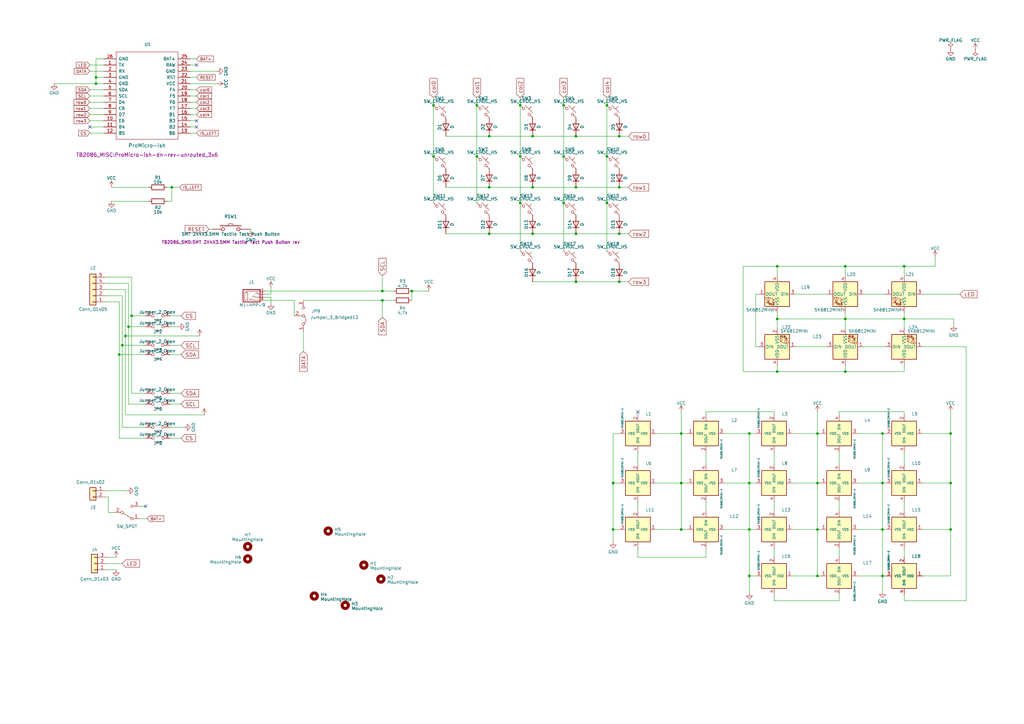
<source format=kicad_sch>
(kicad_sch (version 20230121) (generator eeschema)
  (paper "A3")
  (title_block (title "Unicorne Chocolate") (date "2023-07-20") (rev "0.9") (company "Thunderbird2086"))
  (junction (at 218.44 55.88))
  (junction (at 236.22 76.835))
  (junction (at 50.165 141.605))
  (junction (at 361.95 236.22))
  (junction (at 248.92 83.185))
  (junction (at 177.8 64.135))
  (junction (at 361.95 177.8))
  (junction (at 251.46 198.12))
  (junction (at 236.22 115.57))
  (junction (at 318.77 152.4))
  (junction (at 195.58 43.18))
  (junction (at 168.91 119.38))
  (junction (at 389.89 217.17))
  (junction (at 389.89 198.12))
  (junction (at 370.84 130.81))
  (junction (at 200.66 76.835))
  (junction (at 318.77 109.22))
  (junction (at 389.89 177.8))
  (junction (at 251.46 217.17))
  (junction (at 236.22 95.885))
  (junction (at 213.36 83.185))
  (junction (at 335.28 198.12))
  (junction (at 335.28 217.17))
  (junction (at 48.895 145.415))
  (junction (at 318.77 130.81))
  (junction (at 307.34 177.8))
  (junction (at 213.36 64.135))
  (junction (at 195.58 64.135))
  (junction (at 218.44 76.835))
  (junction (at 177.8 43.18))
  (junction (at 200.66 95.885))
  (junction (at 156.845 119.38))
  (junction (at 200.66 55.88))
  (junction (at 361.95 217.17))
  (junction (at 307.34 198.12))
  (junction (at 70.485 76.835))
  (junction (at 370.84 109.22))
  (junction (at 307.34 236.22))
  (junction (at 231.14 64.135))
  (junction (at 236.22 55.88))
  (junction (at 51.435 137.795))
  (junction (at 346.71 152.4))
  (junction (at 52.705 133.985))
  (junction (at 254 76.835))
  (junction (at 279.4 198.12))
  (junction (at 231.14 43.18))
  (junction (at 231.14 83.185))
  (junction (at 335.28 177.8))
  (junction (at 156.845 123.19))
  (junction (at 346.71 109.22))
  (junction (at 213.36 43.18))
  (junction (at 361.95 198.12))
  (junction (at 39.37 31.75))
  (junction (at 53.975 129.54))
  (junction (at 346.71 130.81))
  (junction (at 248.92 43.18))
  (junction (at 254 115.57))
  (junction (at 307.34 217.17))
  (junction (at 254 55.88))
  (junction (at 335.28 236.22))
  (junction (at 254 95.885))
  (junction (at 218.44 95.885))
  (junction (at 279.4 177.8))
  (junction (at 39.37 34.29))
  (junction (at 248.92 64.135))
  (junction (at 279.4 217.17))
  (no_connect (at 36.83 52.07))
  (no_connect (at 80.645 26.67))
  (no_connect (at 261.62 168.91))
  (no_connect (at 59.69 207.645))
  (no_connect (at 80.645 49.53))
  (no_connect (at 80.645 52.07))
  (wire (pts (xy 36.83 54.61) (xy 42.545 54.61)))
  (wire (pts (xy 200.66 55.88) (xy 218.44 55.88)))
  (wire (pts (xy 195.58 64.135) (xy 195.58 83.185)))
  (wire (pts (xy 269.24 198.12) (xy 279.4 198.12)))
  (wire (pts (xy 344.17 168.91) (xy 370.84 168.91)))
  (wire (pts (xy 281.94 217.17) (xy 279.4 217.17)))
  (wire (pts (xy 36.83 44.45) (xy 42.545 44.45)))
  (wire (pts (xy 102.87 93.98) (xy 102.235 93.98)))
  (wire (pts (xy 279.4 177.8) (xy 279.4 198.12)))
  (wire (pts (xy 326.39 120.65) (xy 339.09 120.65)))
  (wire (pts (xy 51.435 137.795) (xy 51.435 170.18)))
  (wire (pts (xy 102.87 94.615) (xy 102.87 93.98)))
  (wire (pts (xy 318.77 152.4) (xy 346.71 152.4)))
  (wire (pts (xy 261.62 228.6) (xy 289.56 228.6)))
  (wire (pts (xy 279.4 168.91) (xy 279.4 177.8)))
  (wire (pts (xy 78.105 34.29) (xy 88.9 34.29)))
  (wire (pts (xy 156.845 119.38) (xy 161.29 119.38)))
  (wire (pts (xy 53.975 129.54) (xy 59.69 129.54)))
  (wire (pts (xy 59.69 141.605) (xy 50.165 141.605)))
  (wire (pts (xy 69.85 179.705) (xy 74.295 179.705)))
  (wire (pts (xy 269.24 217.17) (xy 279.4 217.17)))
  (wire (pts (xy 248.92 43.18) (xy 248.92 64.135)))
  (wire (pts (xy 51.435 118.745) (xy 43.18 118.745)))
  (wire (pts (xy 304.8 109.22) (xy 304.8 152.4)))
  (wire (pts (xy 74.295 145.415) (xy 69.85 145.415)))
  (wire (pts (xy 124.46 135.89) (xy 124.46 144.145)))
  (wire (pts (xy 59.69 145.415) (xy 48.895 145.415)))
  (wire (pts (xy 177.8 64.135) (xy 177.8 83.185)))
  (wire (pts (xy 391.16 130.81) (xy 370.84 130.81)))
  (wire (pts (xy 36.83 29.21) (xy 42.545 29.21)))
  (wire (pts (xy 231.14 64.135) (xy 231.14 83.185)))
  (wire (pts (xy 261.62 168.91) (xy 261.62 170.18)))
  (wire (pts (xy 346.71 130.81) (xy 370.84 130.81)))
  (wire (pts (xy 108.585 119.38) (xy 156.845 119.38)))
  (wire (pts (xy 317.5 205.74) (xy 317.5 209.55)))
  (wire (pts (xy 361.95 236.22) (xy 363.22 236.22)))
  (wire (pts (xy 361.95 198.12) (xy 361.95 217.17)))
  (wire (pts (xy 53.975 129.54) (xy 53.975 113.665)))
  (wire (pts (xy 370.84 243.84) (xy 370.84 246.38)))
  (wire (pts (xy 251.46 198.12) (xy 254 198.12)))
  (wire (pts (xy 318.77 130.81) (xy 318.77 128.27)))
  (wire (pts (xy 297.18 177.8) (xy 307.34 177.8)))
  (wire (pts (xy 51.435 118.745) (xy 51.435 137.795)))
  (wire (pts (xy 78.105 41.91) (xy 80.645 41.91)))
  (wire (pts (xy 48.895 179.705) (xy 59.69 179.705)))
  (wire (pts (xy 78.105 29.21) (xy 88.9 29.21)))
  (wire (pts (xy 351.79 177.8) (xy 361.95 177.8)))
  (wire (pts (xy 39.37 31.75) (xy 39.37 34.29)))
  (wire (pts (xy 289.56 185.42) (xy 289.56 190.5)))
  (wire (pts (xy 45.72 76.835) (xy 60.96 76.835)))
  (wire (pts (xy 307.34 236.22) (xy 307.34 243.205)))
  (wire (pts (xy 378.46 120.65) (xy 393.7 120.65)))
  (wire (pts (xy 218.44 76.835) (xy 236.22 76.835)))
  (wire (pts (xy 279.4 177.8) (xy 281.94 177.8)))
  (wire (pts (xy 177.8 40.005) (xy 177.8 43.18)))
  (wire (pts (xy 36.83 41.91) (xy 42.545 41.91)))
  (wire (pts (xy 378.46 177.8) (xy 389.89 177.8)))
  (wire (pts (xy 78.105 39.37) (xy 80.645 39.37)))
  (wire (pts (xy 48.895 145.415) (xy 48.895 179.705)))
  (wire (pts (xy 251.46 177.8) (xy 254 177.8)))
  (wire (pts (xy 318.77 152.4) (xy 318.77 149.86)))
  (wire (pts (xy 52.705 165.735) (xy 59.69 165.735)))
  (wire (pts (xy 52.705 116.205) (xy 43.18 116.205)))
  (wire (pts (xy 42.545 26.67) (xy 36.83 26.67)))
  (wire (pts (xy 45.72 82.55) (xy 60.96 82.55)))
  (wire (pts (xy 336.55 217.17) (xy 335.28 217.17)))
  (wire (pts (xy 389.89 198.12) (xy 389.89 217.17)))
  (wire (pts (xy 43.18 201.295) (xy 52.07 201.295)))
  (wire (pts (xy 317.5 224.79) (xy 317.5 228.6)))
  (wire (pts (xy 279.4 198.12) (xy 281.94 198.12)))
  (wire (pts (xy 42.545 52.07) (xy 36.83 52.07)))
  (wire (pts (xy 218.44 115.57) (xy 236.22 115.57)))
  (wire (pts (xy 42.545 39.37) (xy 36.83 39.37)))
  (wire (pts (xy 53.975 161.29) (xy 53.975 129.54)))
  (wire (pts (xy 85.725 93.98) (xy 86.995 93.98)))
  (wire (pts (xy 257.81 55.88) (xy 254 55.88)))
  (wire (pts (xy 213.36 43.18) (xy 213.36 64.135)))
  (wire (pts (xy 52.705 133.985) (xy 59.69 133.985)))
  (wire (pts (xy 50.165 175.26) (xy 59.69 175.26)))
  (wire (pts (xy 318.77 109.22) (xy 318.77 113.03)))
  (wire (pts (xy 156.845 123.19) (xy 161.29 123.19)))
  (wire (pts (xy 335.28 217.17) (xy 335.28 236.22)))
  (wire (pts (xy 309.88 120.65) (xy 311.15 120.65)))
  (wire (pts (xy 182.88 76.835) (xy 200.66 76.835)))
  (wire (pts (xy 307.34 198.12) (xy 309.88 198.12)))
  (wire (pts (xy 335.28 198.12) (xy 336.55 198.12)))
  (wire (pts (xy 257.81 115.57) (xy 254 115.57)))
  (wire (pts (xy 354.33 142.24) (xy 363.22 142.24)))
  (wire (pts (xy 39.37 24.13) (xy 39.37 31.75)))
  (wire (pts (xy 257.81 95.885) (xy 254 95.885)))
  (wire (pts (xy 370.84 190.5) (xy 370.84 185.42)))
  (wire (pts (xy 391.16 130.81) (xy 391.16 133.35)))
  (wire (pts (xy 251.46 217.17) (xy 254 217.17)))
  (wire (pts (xy 257.81 76.835) (xy 254 76.835)))
  (wire (pts (xy 108.585 123.19) (xy 120.65 123.19)))
  (wire (pts (xy 231.14 40.005) (xy 231.14 43.18)))
  (wire (pts (xy 336.55 236.22) (xy 335.28 236.22)))
  (wire (pts (xy 53.975 161.29) (xy 59.69 161.29)))
  (wire (pts (xy 307.34 177.8) (xy 309.88 177.8)))
  (wire (pts (xy 361.95 236.22) (xy 361.95 242.57)))
  (wire (pts (xy 213.36 40.005) (xy 213.36 43.18)))
  (wire (pts (xy 182.88 55.88) (xy 200.66 55.88)))
  (wire (pts (xy 354.33 120.65) (xy 363.22 120.65)))
  (wire (pts (xy 108.585 120.65) (xy 111.125 120.65)))
  (wire (pts (xy 304.8 152.4) (xy 318.77 152.4)))
  (wire (pts (xy 370.84 109.22) (xy 383.54 109.22)))
  (wire (pts (xy 39.37 34.29) (xy 42.545 34.29)))
  (wire (pts (xy 78.105 36.83) (xy 80.645 36.83)))
  (wire (pts (xy 231.14 83.185) (xy 231.14 102.87)))
  (wire (pts (xy 43.815 228.6) (xy 47.625 228.6)))
  (wire (pts (xy 36.83 36.83) (xy 42.545 36.83)))
  (wire (pts (xy 344.17 168.91) (xy 344.17 170.18)))
  (wire (pts (xy 70.485 76.835) (xy 70.485 82.55)))
  (wire (pts (xy 182.88 95.885) (xy 200.66 95.885)))
  (wire (pts (xy 261.62 228.6) (xy 261.62 224.79)))
  (wire (pts (xy 36.83 49.53) (xy 42.545 49.53)))
  (wire (pts (xy 325.12 217.17) (xy 335.28 217.17)))
  (wire (pts (xy 69.85 175.26) (xy 75.565 175.26)))
  (wire (pts (xy 195.58 40.005) (xy 195.58 43.18)))
  (wire (pts (xy 261.62 190.5) (xy 261.62 185.42)))
  (wire (pts (xy 111.125 121.92) (xy 111.125 124.46)))
  (wire (pts (xy 370.84 130.81) (xy 370.84 134.62)))
  (wire (pts (xy 261.62 205.74) (xy 261.62 209.55)))
  (wire (pts (xy 289.56 228.6) (xy 289.56 224.79)))
  (wire (pts (xy 346.71 130.81) (xy 346.71 134.62)))
  (wire (pts (xy 251.46 177.8) (xy 251.46 198.12)))
  (wire (pts (xy 213.36 83.185) (xy 213.36 102.87)))
  (wire (pts (xy 74.295 161.29) (xy 69.85 161.29)))
  (wire (pts (xy 346.71 152.4) (xy 346.71 149.86)))
  (wire (pts (xy 351.79 236.22) (xy 361.95 236.22)))
  (wire (pts (xy 231.14 43.18) (xy 231.14 64.135)))
  (wire (pts (xy 51.435 170.18) (xy 83.82 170.18)))
  (wire (pts (xy 318.77 109.22) (xy 346.71 109.22)))
  (wire (pts (xy 304.8 109.22) (xy 318.77 109.22)))
  (wire (pts (xy 42.545 24.13) (xy 39.37 24.13)))
  (wire (pts (xy 317.5 168.91) (xy 317.5 170.18)))
  (wire (pts (xy 289.56 168.91) (xy 289.56 170.18)))
  (wire (pts (xy 361.95 198.12) (xy 363.22 198.12)))
  (wire (pts (xy 309.88 142.24) (xy 311.15 142.24)))
  (wire (pts (xy 44.45 210.185) (xy 44.45 203.835)))
  (wire (pts (xy 53.975 113.665) (xy 43.18 113.665)))
  (wire (pts (xy 318.77 130.81) (xy 346.71 130.81)))
  (wire (pts (xy 370.84 149.86) (xy 370.84 152.4)))
  (wire (pts (xy 346.71 109.22) (xy 346.71 113.03)))
  (wire (pts (xy 44.45 210.185) (xy 46.99 210.185)))
  (wire (pts (xy 269.24 177.8) (xy 279.4 177.8)))
  (wire (pts (xy 70.485 76.835) (xy 73.66 76.835)))
  (wire (pts (xy 248.92 64.135) (xy 248.92 83.185)))
  (wire (pts (xy 326.39 142.24) (xy 339.09 142.24)))
  (wire (pts (xy 200.66 95.885) (xy 218.44 95.885)))
  (wire (pts (xy 346.71 130.81) (xy 346.71 128.27)))
  (wire (pts (xy 156.845 113.03) (xy 156.845 119.38)))
  (wire (pts (xy 251.46 217.17) (xy 251.46 222.25)))
  (wire (pts (xy 297.18 198.12) (xy 307.34 198.12)))
  (wire (pts (xy 297.18 217.17) (xy 307.34 217.17)))
  (wire (pts (xy 370.84 152.4) (xy 346.71 152.4)))
  (wire (pts (xy 335.28 198.12) (xy 335.28 217.17)))
  (wire (pts (xy 396.24 246.38) (xy 370.84 246.38)))
  (wire (pts (xy 307.34 177.8) (xy 307.34 198.12)))
  (wire (pts (xy 74.295 141.605) (xy 69.85 141.605)))
  (wire (pts (xy 378.46 217.17) (xy 389.89 217.17)))
  (wire (pts (xy 370.84 128.27) (xy 370.84 130.81)))
  (wire (pts (xy 59.69 207.645) (xy 57.15 207.645)))
  (wire (pts (xy 108.585 121.92) (xy 111.125 121.92)))
  (wire (pts (xy 156.845 123.19) (xy 156.845 130.175)))
  (wire (pts (xy 44.45 203.835) (xy 43.18 203.835)))
  (wire (pts (xy 50.165 141.605) (xy 50.165 175.26)))
  (wire (pts (xy 383.54 105.41) (xy 383.54 109.22)))
  (wire (pts (xy 175.895 119.38) (xy 168.91 119.38)))
  (wire (pts (xy 69.85 129.54) (xy 74.295 129.54)))
  (wire (pts (xy 200.66 76.835) (xy 218.44 76.835)))
  (wire (pts (xy 318.77 130.81) (xy 318.77 134.62)))
  (wire (pts (xy 68.58 82.55) (xy 70.485 82.55)))
  (wire (pts (xy 78.105 31.75) (xy 80.645 31.75)))
  (wire (pts (xy 236.22 76.835) (xy 254 76.835)))
  (wire (pts (xy 43.18 123.825) (xy 48.895 123.825)))
  (wire (pts (xy 325.12 177.8) (xy 335.28 177.8)))
  (wire (pts (xy 236.22 95.885) (xy 254 95.885)))
  (wire (pts (xy 289.56 168.91) (xy 317.5 168.91)))
  (wire (pts (xy 168.91 123.19) (xy 168.91 119.38)))
  (wire (pts (xy 325.12 198.12) (xy 335.28 198.12)))
  (wire (pts (xy 236.22 55.88) (xy 254 55.88)))
  (wire (pts (xy 78.105 46.99) (xy 80.645 46.99)))
  (wire (pts (xy 370.84 109.22) (xy 370.84 113.03)))
  (wire (pts (xy 74.295 165.735) (xy 69.85 165.735)))
  (wire (pts (xy 389.89 168.91) (xy 389.89 177.8)))
  (wire (pts (xy 51.435 137.795) (xy 81.915 137.795)))
  (wire (pts (xy 69.85 133.985) (xy 73.025 133.985)))
  (wire (pts (xy 335.28 177.8) (xy 336.55 177.8)))
  (wire (pts (xy 68.58 76.835) (xy 70.485 76.835)))
  (wire (pts (xy 111.125 120.65) (xy 111.125 118.11)))
  (wire (pts (xy 309.88 120.65) (xy 309.88 142.24)))
  (wire (pts (xy 370.84 205.74) (xy 370.84 209.55)))
  (wire (pts (xy 325.12 236.22) (xy 335.28 236.22)))
  (wire (pts (xy 177.8 43.18) (xy 177.8 64.135)))
  (wire (pts (xy 248.92 40.005) (xy 248.92 43.18)))
  (wire (pts (xy 361.95 217.17) (xy 361.95 236.22)))
  (wire (pts (xy 317.5 246.38) (xy 344.17 246.38)))
  (wire (pts (xy 236.22 115.57) (xy 254 115.57)))
  (wire (pts (xy 351.79 217.17) (xy 361.95 217.17)))
  (wire (pts (xy 361.95 217.17) (xy 363.22 217.17)))
  (wire (pts (xy 307.34 236.22) (xy 309.88 236.22)))
  (wire (pts (xy 43.18 121.285) (xy 50.165 121.285)))
  (wire (pts (xy 389.89 177.8) (xy 389.89 198.12)))
  (wire (pts (xy 361.95 177.8) (xy 361.95 198.12)))
  (wire (pts (xy 43.815 233.68) (xy 47.625 233.68)))
  (wire (pts (xy 335.28 168.91) (xy 335.28 177.8)))
  (wire (pts (xy 39.37 31.75) (xy 42.545 31.75)))
  (wire (pts (xy 344.17 224.79) (xy 344.17 228.6)))
  (wire (pts (xy 36.83 46.99) (xy 42.545 46.99)))
  (wire (pts (xy 50.165 121.285) (xy 50.165 141.605)))
  (wire (pts (xy 344.17 185.42) (xy 344.17 190.5)))
  (wire (pts (xy 195.58 43.18) (xy 195.58 64.135)))
  (wire (pts (xy 361.95 177.8) (xy 363.22 177.8)))
  (wire (pts (xy 307.34 217.17) (xy 307.34 236.22)))
  (wire (pts (xy 370.84 224.79) (xy 370.84 228.6)))
  (wire (pts (xy 78.105 24.13) (xy 80.645 24.13)))
  (wire (pts (xy 344.17 246.38) (xy 344.17 243.84)))
  (wire (pts (xy 43.815 231.14) (xy 50.165 231.14)))
  (wire (pts (xy 378.46 198.12) (xy 389.89 198.12)))
  (wire (pts (xy 52.705 165.735) (xy 52.705 133.985)))
  (wire (pts (xy 317.5 190.5) (xy 317.5 185.42)))
  (wire (pts (xy 57.15 212.725) (xy 60.325 212.725)))
  (wire (pts (xy 307.34 217.17) (xy 309.88 217.17)))
  (wire (pts (xy 78.105 49.53) (xy 80.645 49.53)))
  (wire (pts (xy 78.105 52.07) (xy 80.645 52.07)))
  (wire (pts (xy 307.34 198.12) (xy 307.34 217.17)))
  (wire (pts (xy 378.46 236.22) (xy 389.89 236.22)))
  (wire (pts (xy 351.79 198.12) (xy 361.95 198.12)))
  (wire (pts (xy 251.46 198.12) (xy 251.46 217.17)))
  (wire (pts (xy 124.46 123.19) (xy 156.845 123.19)))
  (wire (pts (xy 218.44 55.88) (xy 236.22 55.88)))
  (wire (pts (xy 279.4 198.12) (xy 279.4 217.17)))
  (wire (pts (xy 78.105 54.61) (xy 80.645 54.61)))
  (wire (pts (xy 389.89 217.17) (xy 389.89 236.22)))
  (wire (pts (xy 120.65 123.19) (xy 120.65 129.54)))
  (wire (pts (xy 78.105 44.45) (xy 80.645 44.45)))
  (wire (pts (xy 370.84 168.91) (xy 370.84 170.18)))
  (wire (pts (xy 317.5 246.38) (xy 317.5 243.84)))
  (wire (pts (xy 396.24 142.24) (xy 378.46 142.24)))
  (wire (pts (xy 344.17 205.74) (xy 344.17 209.55)))
  (wire (pts (xy 22.225 34.29) (xy 39.37 34.29)))
  (wire (pts (xy 48.895 123.825) (xy 48.895 145.415)))
  (wire (pts (xy 52.705 133.985) (xy 52.705 116.205)))
  (wire (pts (xy 396.24 246.38) (xy 396.24 142.24)))
  (wire (pts (xy 346.71 109.22) (xy 370.84 109.22)))
  (wire (pts (xy 218.44 95.885) (xy 236.22 95.885)))
  (wire (pts (xy 248.92 83.185) (xy 248.92 102.87)))
  (wire (pts (xy 78.105 26.67) (xy 80.645 26.67)))
  (wire (pts (xy 289.56 205.74) (xy 289.56 209.55)))
  (wire (pts (xy 213.36 64.135) (xy 213.36 83.185)))
  (wire (pts (xy 335.28 177.8) (xy 335.28 198.12)))
  (global_label "col0" (shape input) (at 177.8 40.005 90) (effects (font (size 1.524 1.524))) (property "Intersheetrefs" "${INTERSHEET_REFS}" (effects hide)))
  (global_label "col4" (shape input) (at 248.92 40.005 90) (effects (font (size 1.524 1.524))) (property "Intersheetrefs" "${INTERSHEET_REFS}" (effects hide)))
  (global_label "SDA" (shape input) (at 156.845 130.175 270) (effects (font (size 1.524 1.524))) (property "Intersheetrefs" "${INTERSHEET_REFS}" (effects hide)))
  (global_label "RESET" (shape input) (at 85.725 93.98 180) (effects (font (size 1.524 1.524))) (property "Intersheetrefs" "${INTERSHEET_REFS}" (effects hide)))
  (global_label "IS_LEFT" (shape input) (at 80.645 54.61 0) (effects (font (size 1.1938 1.1938))) (property "Intersheetrefs" "${INTERSHEET_REFS}" (effects hide)))
  (global_label "col1" (shape input) (at 195.58 40.005 90) (effects (font (size 1.524 1.524))) (property "Intersheetrefs" "${INTERSHEET_REFS}" (effects hide)))
  (global_label "SCL" (shape input) (at 36.83 39.37 180) (effects (font (size 1.1938 1.1938))) (property "Intersheetrefs" "${INTERSHEET_REFS}" (effects hide)))
  (global_label "row1" (shape input) (at 36.83 44.45 180) (effects (font (size 1.1938 1.1938))) (property "Intersheetrefs" "${INTERSHEET_REFS}" (effects hide)))
  (global_label "row1" (shape input) (at 257.81 76.835 0) (effects (font (size 1.524 1.524))) (property "Intersheetrefs" "${INTERSHEET_REFS}" (effects hide)))
  (global_label "row2" (shape input) (at 257.81 95.885 0) (effects (font (size 1.524 1.524))) (property "Intersheetrefs" "${INTERSHEET_REFS}" (effects hide)))
  (global_label "CS" (shape input) (at 36.83 54.61 180) (effects (font (size 1.1938 1.1938))) (property "Intersheetrefs" "${INTERSHEET_REFS}" (effects hide)))
  (global_label "SCL" (shape input) (at 74.295 165.735 0) (effects (font (size 1.524 1.524))) (property "Intersheetrefs" "${INTERSHEET_REFS}" (effects hide)))
  (global_label "LED" (shape input) (at 393.7 120.65 0) (effects (font (size 1.524 1.524))) (property "Intersheetrefs" "${INTERSHEET_REFS}" (effects hide)))
  (global_label "col2" (shape input) (at 213.36 40.005 90) (effects (font (size 1.524 1.524))) (property "Intersheetrefs" "${INTERSHEET_REFS}" (effects hide)))
  (global_label "LED" (shape input) (at 36.83 26.67 180) (effects (font (size 1.1938 1.1938))) (property "Intersheetrefs" "${INTERSHEET_REFS}" (effects hide)))
  (global_label "DATA" (shape input) (at 124.46 144.145 270) (effects (font (size 1.524 1.524))) (property "Intersheetrefs" "${INTERSHEET_REFS}" (effects hide)))
  (global_label "BAT+" (shape input) (at 80.645 24.13 0) (effects (font (size 1.1938 1.1938))) (property "Intersheetrefs" "${INTERSHEET_REFS}" (effects hide)))
  (global_label "row3" (shape input) (at 257.81 115.57 0) (effects (font (size 1.524 1.524))) (property "Intersheetrefs" "${INTERSHEET_REFS}" (effects hide)))
  (global_label "LED" (shape input) (at 50.165 231.14 0) (effects (font (size 1.524 1.524))) (property "Intersheetrefs" "${INTERSHEET_REFS}" (effects hide)))
  (global_label "col4" (shape input) (at 80.645 46.99 0) (effects (font (size 1.1938 1.1938))) (property "Intersheetrefs" "${INTERSHEET_REFS}" (effects hide)))
  (global_label "col0" (shape input) (at 80.645 36.83 0) (effects (font (size 1.1938 1.1938))) (property "Intersheetrefs" "${INTERSHEET_REFS}" (effects hide)))
  (global_label "SDA" (shape input) (at 74.295 161.29 0) (effects (font (size 1.524 1.524))) (property "Intersheetrefs" "${INTERSHEET_REFS}" (effects hide)))
  (global_label "BAT+" (shape input) (at 60.325 212.725 0) (effects (font (size 1.1938 1.1938))) (property "Intersheetrefs" "${INTERSHEET_REFS}" (effects hide)))
  (global_label "SCL" (shape input) (at 156.845 113.03 90) (effects (font (size 1.524 1.524))) (property "Intersheetrefs" "${INTERSHEET_REFS}" (effects hide)))
  (global_label "RESET" (shape input) (at 80.645 31.75 0) (effects (font (size 1.1938 1.1938))) (property "Intersheetrefs" "${INTERSHEET_REFS}" (effects hide)))
  (global_label "row3" (shape input) (at 36.83 49.53 180) (effects (font (size 1.1938 1.1938))) (property "Intersheetrefs" "${INTERSHEET_REFS}" (effects hide)))
  (global_label "col3" (shape input) (at 231.14 40.005 90) (effects (font (size 1.524 1.524))) (property "Intersheetrefs" "${INTERSHEET_REFS}" (effects hide)))
  (global_label "col3" (shape input) (at 80.645 44.45 0) (effects (font (size 1.1938 1.1938))) (property "Intersheetrefs" "${INTERSHEET_REFS}" (effects hide)))
  (global_label "SCL" (shape input) (at 74.295 141.605 0) (effects (font (size 1.524 1.524))) (property "Intersheetrefs" "${INTERSHEET_REFS}" (effects hide)))
  (global_label "row0" (shape input) (at 257.81 55.88 0) (effects (font (size 1.524 1.524))) (property "Intersheetrefs" "${INTERSHEET_REFS}" (effects hide)))
  (global_label "SDA" (shape input) (at 36.83 36.83 180) (effects (font (size 1.1938 1.1938))) (property "Intersheetrefs" "${INTERSHEET_REFS}" (effects hide)))
  (global_label "col1" (shape input) (at 80.645 39.37 0) (effects (font (size 1.1938 1.1938))) (property "Intersheetrefs" "${INTERSHEET_REFS}" (effects hide)))
  (global_label "CS" (shape input) (at 74.295 179.705 0) (effects (font (size 1.524 1.524))) (property "Intersheetrefs" "${INTERSHEET_REFS}" (effects hide)))
  (global_label "SDA" (shape input) (at 74.295 145.415 0) (effects (font (size 1.524 1.524))) (property "Intersheetrefs" "${INTERSHEET_REFS}" (effects hide)))
  (global_label "DATA" (shape input) (at 36.83 29.21 180) (effects (font (size 1.1938 1.1938))) (property "Intersheetrefs" "${INTERSHEET_REFS}" (effects hide)))
  (global_label "col2" (shape input) (at 80.645 41.91 0) (effects (font (size 1.1938 1.1938))) (property "Intersheetrefs" "${INTERSHEET_REFS}" (effects hide)))
  (global_label "row2" (shape input) (at 36.83 46.99 180) (effects (font (size 1.1938 1.1938))) (property "Intersheetrefs" "${INTERSHEET_REFS}" (effects hide)))
  (global_label "IS_LEFT" (shape input) (at 73.66 76.835 0) (effects (font (size 1.1938 1.1938))) (property "Intersheetrefs" "${INTERSHEET_REFS}" (effects hide)))
  (global_label "CS" (shape input) (at 74.295 129.54 0) (effects (font (size 1.524 1.524))) (property "Intersheetrefs" "${INTERSHEET_REFS}" (effects hide)))
  (global_label "row0" (shape input) (at 36.83 41.91 180) (effects (font (size 1.1938 1.1938))) (property "Intersheetrefs" "${INTERSHEET_REFS}" (effects hide)))
  (symbol (lib_id "Device:D") (at 218.44 111.76 90) (unit 1)
    (property "Reference" "D16" (at 215.9 111.76 0))
    (property "Value" "D" (at 220.98 111.76 0))
    (property "Footprint" "TB2086_SMD:D3_SMD_rev" (effects hide))
    (property "Sim.Device" "D" (effects hide))
    (property "Sim.Pins" "1=K 2=A" (effects hide))
  )
  (symbol (lib_id "Jumper:Jumper_2_Open") (at 64.77 165.735 180) (unit 1)
    (property "Reference" "JP6" (at 64.77 167.767 0))
    (property "Value" "Jumper_2_Open" (at 64.516 164.211 0))
    (property "Footprint" "Jumper:SolderJumper-2_P1.3mm_Open_TrianglePad1.0x1.5mm" (effects hide))
  )
  (symbol (lib_id "TB2086_KEYSWITCH:SW_CHOC_HS") (at 198.12 85.725 0) (unit 1)
    (property "Reference" "SW12" (at 198.12 80.3021 0))
    (property "Value" "SW_CHOC_HS" (at 197.739 81.534 0))
    (property "Footprint" "TB2086_KEYSWITCH:SW_choc_v1_v2_HS_1u_reversible" (effects hide))
  )
  (symbol (lib_id "TB2086_LED:SK6812MINI-E") (at 370.84 236.22 270) (mirror x) (unit 1)
    (property "Reference" "L18" (at 373.9897 228.1301 90) (effects (justify left)))
    (property "Value" "SK6812MINI-E" (at 364.49 229.87 0) (effects (font (size 0.7366 0.7366))))
    (property "Footprint" "TB2086_LED:LED_SK6812MINI-E_rev" (effects hide))
    (property "Datasheet" "https://cdn-shop.adafruit.com/product-files/2686/SK6812MINI_REV.01-1-2.pdf" (effects hide))
  )
  (symbol (lib_id "Mechanical:MountingHole") (at 141.605 248.285 0) (unit 1)
    (property "Reference" "H3" (at 144.145 247.6413 0) (effects (justify left)))
    (property "Value" "MountingHole" (at 144.145 249.5623 0) (effects (justify left)))
    (property "Footprint" "TB2086_MISC:M2_Hole_TH_Outside" (effects hide))
  )
  (symbol (lib_id "Switch:SW_SPDT") (at 52.07 210.185 0) (mirror x) (unit 1)
    (property "Reference" "PSW1" (effects hide))
    (property "Value" "SW_SPDT" (at 52.07 215.9 0))
    (property "Footprint" "TB2086_SMD:SW_SPDT_PCM12_reversible" (effects hide))
  )
  (symbol (lib_id "Device:D") (at 182.88 52.07 90) (unit 1)
    (property "Reference" "D1" (at 180.34 52.07 0))
    (property "Value" "D" (at 185.42 52.07 0))
    (property "Footprint" "TB2086_SMD:D3_SMD_rev" (effects hide))
    (property "Sim.Device" "D" (effects hide))
    (property "Sim.Pins" "1=K 2=A" (effects hide))
  )
  (symbol (lib_id "TB2086_KEYSWITCH:SW_CHOC_HS") (at 215.9 105.41 0) (unit 1)
    (property "Reference" "SW16" (at 215.9 99.9871 0))
    (property "Value" "SW_CHOC_HS" (at 215.519 101.219 0))
    (property "Footprint" "TB2086_KEYSWITCH:SW_choc_v1_v2_HS_1u_reversible" (effects hide))
  )
  (symbol (lib_id "power:VCC") (at 45.72 76.835 0) (unit 1)
    (property "Reference" "#PWR05" (effects hide))
    (property "Value" "VCC" (at 45.72 73.025 0))
  )
  (symbol (lib_id "Device:D") (at 200.66 92.075 90) (unit 1)
    (property "Reference" "D12" (at 198.12 92.075 0))
    (property "Value" "D" (at 203.2 92.075 0))
    (property "Footprint" "TB2086_SMD:D3_SMD_rev" (effects hide))
    (property "Sim.Device" "D" (effects hide))
    (property "Sim.Pins" "1=K 2=A" (effects hide))
  )
  (symbol (lib_id "power:VCC") (at 81.915 137.795 0) (unit 1)
    (property "Reference" "#PWR04" (effects hide))
    (property "Value" "VCC" (effects hide))
  )
  (symbol (lib_id "Device:D") (at 218.44 92.075 90) (unit 1)
    (property "Reference" "D13" (at 215.9 92.075 0))
    (property "Value" "D" (at 220.98 92.075 0))
    (property "Footprint" "TB2086_SMD:D3_SMD_rev" (effects hide))
    (property "Sim.Device" "D" (effects hide))
    (property "Sim.Pins" "1=K 2=A" (effects hide))
  )
  (symbol (lib_id "power:GND") (at 75.565 175.26 90) (unit 1)
    (property "Reference" "#PWR02" (effects hide))
    (property "Value" "GND" (at 79.375 175.26 0))
  )
  (symbol (lib_id "TB2086_LED:SK6812MINI-E") (at 317.5 198.12 270) (mirror x) (unit 1)
    (property "Reference" "L8" (at 320.6497 190.0301 90) (effects (justify left)))
    (property "Value" "SK6812MINI-E" (at 311.15 191.77 0) (effects (font (size 0.7366 0.7366))))
    (property "Footprint" "TB2086_LED:LED_SK6812MINI-E_rev" (effects hide))
    (property "Datasheet" "https://cdn-shop.adafruit.com/product-files/2686/SK6812MINI_REV.01-1-2.pdf" (effects hide))
  )
  (symbol (lib_id "power:VCC") (at 389.89 168.91 0) (unit 1)
    (property "Reference" "#PWR0104" (effects hide))
    (property "Value" "VCC" (at 389.89 165.4081 0))
  )
  (symbol (lib_id "power:VCC") (at 47.625 228.6 0) (unit 1)
    (property "Reference" "#PWR0116" (effects hide))
    (property "Value" "VCC" (at 47.625 224.79 0))
  )
  (symbol (lib_id "power:GND") (at 45.72 82.55 0) (unit 1)
    (property "Reference" "#PWR06" (effects hide))
    (property "Value" "GND" (at 45.72 86.36 0))
  )
  (symbol (lib_id "Jumper:Jumper_2_Open") (at 64.77 145.415 180) (unit 1)
    (property "Reference" "JP4" (at 64.77 147.447 0))
    (property "Value" "Jumper_2_Open" (at 64.516 143.891 0))
    (property "Footprint" "Jumper:SolderJumper-2_P1.3mm_Open_TrianglePad1.0x1.5mm" (effects hide))
  )
  (symbol (lib_id "TB2086_KEYSWITCH:SW_CHOC_HS") (at 233.68 45.72 0) (unit 1)
    (property "Reference" "SW4" (at 233.68 40.2971 0))
    (property "Value" "SW_CHOC_HS" (at 233.299 41.529 0))
    (property "Footprint" "TB2086_KEYSWITCH:SW_choc_v1_v2_HS_1u_reversible" (effects hide))
  )
  (symbol (lib_id "Jumper:Jumper_2_Open") (at 64.77 133.985 180) (unit 1)
    (property "Reference" "JP2" (at 64.77 136.017 0))
    (property "Value" "Jumper_2_Open" (at 64.516 132.461 0))
    (property "Footprint" "Jumper:SolderJumper-2_P1.3mm_Open_TrianglePad1.0x1.5mm" (effects hide))
  )
  (symbol (lib_id "TB2086_LED:SK6812MINI") (at 370.84 142.24 0) (mirror x) (unit 1)
    (property "Reference" "L24" (at 372.7959 134.1501 0) (effects (justify left)))
    (property "Value" "SK6812MINI" (at 372.11 136.525 0) (effects (justify left top)))
    (property "Footprint" "TB2086_LED:LED_SK6812MINI_PLCC4_3.5x3.5mm_P1.75mm_rev_all" (effects hide))
    (property "Datasheet" "https://cdn-shop.adafruit.com/product-files/2686/SK6812MINI_REV.01-1-2.pdf" (effects hide))
  )
  (symbol (lib_id "TB2086_SMD:SMT 2X4X3.5MM Tactile Tact Push Button") (at 94.615 93.98 0) (unit 1)
    (property "Reference" "RSW1" (at 94.615 88.8111 0))
    (property "Value" "SMT 2X4X3.5MM Tactile Tact Push Button" (at 94.615 96.012 0))
    (property "Footprint" "TB2086_SMD:SMT 2X4X3.5MM Tactile Tact Push Button rev" (at 94.6404 99.314 0))
  )
  (symbol (lib_id "TB2086_LED:SK6812MINI-E") (at 344.17 217.17 90) (mirror x) (unit 1)
    (property "Reference" "L14" (at 355.738 211.7723 90))
    (property "Value" "SK6812MINI-E" (at 350.52 223.52 0) (effects (font (size 0.7366 0.7366))))
    (property "Footprint" "TB2086_LED:LED_SK6812MINI-E_rev" (effects hide))
    (property "Datasheet" "https://cdn-shop.adafruit.com/product-files/2686/SK6812MINI_REV.01-1-2.pdf" (effects hide))
  )
  (symbol (lib_id "power:PWR_FLAG") (at 400.05 20.32 180) (unit 1)
    (property "Reference" "#FLG0101" (effects hide))
    (property "Value" "PWR_FLAG" (at 400.05 24.13 0))
  )
  (symbol (lib_id "power:GND") (at 52.07 201.295 90) (unit 1)
    (property "Reference" "#PWR0118" (effects hide))
    (property "Value" "GND" (at 56.007 201.422 0))
  )
  (symbol (lib_id "TB2086_MISC:ProMicro-ish") (at 60.325 45.72 0) (unit 1)
    (property "Reference" "U1" (at 60.5282 18.1958 0))
    (property "Value" "ProMicro-ish" (at 60.325 59.69 0) (effects (font (size 1.524 1.524))))
    (property "Footprint" "TB2086_MISC:ProMicro-ish-dn-rev-unrouted_3x6" (at 60.325 63.5 0) (effects (font (size 1.524 1.524))))
  )
  (symbol (lib_id "TB2086_KEYSWITCH:SW_CHOC_HS") (at 251.46 85.725 0) (unit 1)
    (property "Reference" "SW15" (at 251.46 80.3021 0))
    (property "Value" "SW_CHOC_HS" (at 251.079 81.534 0))
    (property "Footprint" "TB2086_KEYSWITCH:SW_choc_v1_v2_HS_1u_reversible" (effects hide))
  )
  (symbol (lib_id "power:GND") (at 251.46 222.25 0) (unit 1)
    (property "Reference" "#PWR0101" (effects hide))
    (property "Value" "GND" (at 251.46 226.3855 0))
  )
  (symbol (lib_id "TB2086_LED:SK6812MINI") (at 318.77 120.65 0) (mirror y) (unit 1)
    (property "Reference" "L19" (at 330.338 117.8179 0))
    (property "Value" "SK6812MINI" (at 317.5 126.365 0) (effects (justify left top)))
    (property "Footprint" "TB2086_LED:LED_SK6812MINI_PLCC4_3.5x3.5mm_P1.75mm_rev_all" (effects hide))
    (property "Datasheet" "https://cdn-shop.adafruit.com/product-files/2686/SK6812MINI_REV.01-1-2.pdf" (effects hide))
  )
  (symbol (lib_id "TB2086_LED:SK6812MINI") (at 346.71 120.65 0) (mirror y) (unit 1)
    (property "Reference" "L20" (at 347.2941 112.5601 0) (effects (justify right)))
    (property "Value" "SK6812MINI" (at 345.44 126.365 0) (effects (justify left top)))
    (property "Footprint" "TB2086_LED:LED_SK6812MINI_PLCC4_3.5x3.5mm_P1.75mm_rev_all" (effects hide))
    (property "Datasheet" "https://cdn-shop.adafruit.com/product-files/2686/SK6812MINI_REV.01-1-2.pdf" (effects hide))
  )
  (symbol (lib_id "TB2086_LED:SK6812MINI-E") (at 344.17 177.8 90) (mirror x) (unit 1)
    (property "Reference" "L4" (at 355.738 172.4023 90))
    (property "Value" "SK6812MINI-E" (at 350.52 184.15 0) (effects (font (size 0.7366 0.7366))))
    (property "Footprint" "TB2086_LED:LED_SK6812MINI-E_rev" (effects hide))
    (property "Datasheet" "https://cdn-shop.adafruit.com/product-files/2686/SK6812MINI_REV.01-1-2.pdf" (effects hide))
  )
  (symbol (lib_id "power:VCC") (at 83.82 170.18 0) (unit 1)
    (property "Reference" "#PWR03" (effects hide))
    (property "Value" "VCC" (effects hide))
  )
  (symbol (lib_id "power:PWR_FLAG") (at 389.89 20.32 0) (unit 1)
    (property "Reference" "#FLG0102" (effects hide))
    (property "Value" "PWR_FLAG" (at 389.89 16.51 0))
  )
  (symbol (lib_id "Mechanical:MountingHole") (at 128.905 244.475 0) (unit 1)
    (property "Reference" "H4" (at 131.445 243.8313 0) (effects (justify left)))
    (property "Value" "MountingHole" (at 131.445 245.7523 0) (effects (justify left)))
    (property "Footprint" "TB2086_MISC:M2_Hole_TH_Outside" (effects hide))
  )
  (symbol (lib_id "TB2086_LED:SK6812MINI-E") (at 261.62 217.17 270) (mirror x) (unit 1)
    (property "Reference" "L11" (at 264.7697 209.0801 90) (effects (justify left)))
    (property "Value" "SK6812MINI-E" (at 255.27 210.82 0) (effects (font (size 0.7366 0.7366))))
    (property "Footprint" "TB2086_LED:LED_SK6812MINI-E_rev" (effects hide))
    (property "Datasheet" "https://cdn-shop.adafruit.com/product-files/2686/SK6812MINI_REV.01-1-2.pdf" (effects hide))
  )
  (symbol (lib_id "Device:D") (at 200.66 52.07 90) (unit 1)
    (property "Reference" "D2" (at 198.12 52.07 0))
    (property "Value" "D" (at 203.2 52.07 0))
    (property "Footprint" "TB2086_SMD:D3_SMD_rev" (effects hide))
    (property "Sim.Device" "D" (effects hide))
    (property "Sim.Pins" "1=K 2=A" (effects hide))
  )
  (symbol (lib_id "power:VCC") (at 175.895 119.38 0) (unit 1)
    (property "Reference" "#PWR09" (effects hide))
    (property "Value" "VCC" (at 175.895 115.57 0))
  )
  (symbol (lib_id "TB2086_KEYSWITCH:SW_CHOC_HS") (at 233.68 105.41 0) (unit 1)
    (property "Reference" "SW17" (at 233.68 99.9871 0))
    (property "Value" "SW_CHOC_HS" (at 233.299 101.219 0))
    (property "Footprint" "TB2086_KEYSWITCH:SW_choc_v1_v2_HS_1u_reversible" (effects hide))
  )
  (symbol (lib_id "TB2086_LED:SK6812MINI") (at 346.71 142.24 0) (mirror x) (unit 1)
    (property "Reference" "L23" (at 335.142 138.0361 0))
    (property "Value" "SK6812MINI" (at 347.98 136.525 0) (effects (justify left top)))
    (property "Footprint" "TB2086_LED:LED_SK6812MINI_PLCC4_3.5x3.5mm_P1.75mm_rev_all" (effects hide))
    (property "Datasheet" "https://cdn-shop.adafruit.com/product-files/2686/SK6812MINI_REV.01-1-2.pdf" (effects hide))
  )
  (symbol (lib_id "power:VCC") (at 111.125 118.11 0) (unit 1)
    (property "Reference" "#PWR07" (effects hide))
    (property "Value" "VCC" (at 111.125 114.3 0))
  )
  (symbol (lib_id "power:GND") (at 111.125 124.46 0) (unit 1)
    (property "Reference" "#PWR08" (effects hide))
    (property "Value" "GND" (at 111.125 128.27 0))
  )
  (symbol (lib_id "Jumper:Jumper_2_Open") (at 64.77 175.26 180) (unit 1)
    (property "Reference" "JP7" (at 64.77 177.292 0))
    (property "Value" "Jumper_2_Open" (at 64.516 173.736 0))
    (property "Footprint" "Jumper:SolderJumper-2_P1.3mm_Open_TrianglePad1.0x1.5mm" (effects hide))
  )
  (symbol (lib_id "TB2086_KEYSWITCH:SW_CHOC_HS") (at 198.12 66.675 0) (unit 1)
    (property "Reference" "SW7" (at 198.12 61.2521 0))
    (property "Value" "SW_CHOC_HS" (at 197.739 62.484 0))
    (property "Footprint" "TB2086_KEYSWITCH:SW_choc_v1_v2_HS_1u_reversible" (effects hide))
  )
  (symbol (lib_id "Device:D") (at 182.88 92.075 90) (unit 1)
    (property "Reference" "D11" (at 180.34 92.075 0))
    (property "Value" "D" (at 185.42 92.075 0))
    (property "Footprint" "TB2086_SMD:D3_SMD_rev" (effects hide))
    (property "Sim.Device" "D" (effects hide))
    (property "Sim.Pins" "1=K 2=A" (effects hide))
  )
  (symbol (lib_id "TB2086_MISC:MJ-4PP-9") (at 103.505 121.285 0) (unit 1)
    (property "Reference" "J1" (at 103.1875 115.7097 0))
    (property "Value" "MJ-4PP-9" (at 103.505 125.095 0))
    (property "Footprint" "TB2086_MISC:TRRS-PJ-320A-rev" (effects hide))
  )
  (symbol (lib_id "power:GND") (at 22.225 34.29 0) (unit 1)
    (property "Reference" "#PWR0121" (effects hide))
    (property "Value" "GND" (at 22.225 38.1 0))
  )
  (symbol (lib_id "power:GND") (at 47.625 233.68 0) (unit 1)
    (property "Reference" "#PWR0115" (effects hide))
    (property "Value" "GND" (at 47.625 237.49 0))
  )
  (symbol (lib_id "power:VCC") (at 88.9 34.29 270) (unit 1)
    (property "Reference" "#PWR0111" (effects hide))
    (property "Value" "VCC" (at 92.71 34.29 0))
  )
  (symbol (lib_id "TB2086_LED:SK6812MINI-E") (at 317.5 236.22 270) (mirror x) (unit 1)
    (property "Reference" "L16" (at 320.6497 228.1301 90) (effects (justify left)))
    (property "Value" "SK6812MINI-E" (at 311.15 229.87 0) (effects (font (size 0.7366 0.7366))))
    (property "Footprint" "TB2086_LED:LED_SK6812MINI-E_rev" (effects hide))
    (property "Datasheet" "https://cdn-shop.adafruit.com/product-files/2686/SK6812MINI_REV.01-1-2.pdf" (effects hide))
  )
  (symbol (lib_id "Device:D") (at 200.66 73.025 90) (unit 1)
    (property "Reference" "D7" (at 198.12 73.025 0))
    (property "Value" "D" (at 203.2 73.025 0))
    (property "Footprint" "TB2086_SMD:D3_SMD_rev" (effects hide))
    (property "Sim.Device" "D" (effects hide))
    (property "Sim.Pins" "1=K 2=A" (effects hide))
  )
  (symbol (lib_id "TB2086_KEYSWITCH:SW_CHOC_HS") (at 180.34 45.72 0) (unit 1)
    (property "Reference" "SW1" (at 180.34 40.2971 0))
    (property "Value" "SW_CHOC_HS" (at 179.959 41.529 0))
    (property "Footprint" "TB2086_KEYSWITCH:SW_choc_v1_v2_HS_1u_reversible" (effects hide))
  )
  (symbol (lib_id "power:GND") (at 102.87 94.615 0) (unit 1)
    (property "Reference" "#PWR0122" (effects hide))
    (property "Value" "GND" (at 102.87 98.425 0))
  )
  (symbol (lib_id "power:VCC") (at 335.28 168.91 0) (unit 1)
    (property "Reference" "#PWR0110" (effects hide))
    (property "Value" "VCC" (at 335.28 165.4081 0))
  )
  (symbol (lib_id "Device:D") (at 254 111.76 90) (unit 1)
    (property "Reference" "D18" (at 251.46 111.76 0))
    (property "Value" "D" (at 256.54 111.76 0))
    (property "Footprint" "TB2086_SMD:D3_SMD_rev" (effects hide))
    (property "Sim.Device" "D" (effects hide))
    (property "Sim.Pins" "1=K 2=A" (effects hide))
  )
  (symbol (lib_id "power:GND") (at 391.16 133.35 0) (unit 1)
    (property "Reference" "#PWR0106" (effects hide))
    (property "Value" "GND" (at 391.16 137.4855 0))
  )
  (symbol (lib_id "Connector_Generic:Conn_01x02") (at 38.1 201.295 0) (mirror y) (unit 1)
    (property "Reference" "J3" (at 38.1 208.1149 0))
    (property "Value" "Conn_01x02" (at 37.1094 197.7644 0))
    (property "Footprint" "TB2086_SMD:Molex_Pico-EZmate_78171-0002_1x02-1MP_P1.20mm_Vertical_rev" (effects hide))
  )
  (symbol (lib_id "Device:R") (at 165.1 123.19 270) (unit 1)
    (property "Reference" "R4" (at 165.1 126.365 90))
    (property "Value" "4.7k" (at 165.1 128.286 90))
    (property "Footprint" "TB2086_SMD:R_0805_2012Metric_Pad1.20x1.40mm_HandSolder_rev" (effects hide))
  )
  (symbol (lib_id "power:GND") (at 361.95 242.57 0) (unit 1)
    (property "Reference" "#PWR0103" (effects hide))
    (property "Value" "GND" (at 361.95 246.7055 0))
  )
  (symbol (lib_id "Mechanical:MountingHole") (at 149.225 231.775 0) (unit 1)
    (property "Reference" "H1" (at 151.765 231.1313 0) (effects (justify left)))
    (property "Value" "MountingHole" (at 151.765 233.0523 0) (effects (justify left)))
    (property "Footprint" "TB2086_MISC:M2_Hole_TH" (effects hide))
  )
  (symbol (lib_id "TB2086_LED:SK6812MINI-E") (at 317.5 177.8 270) (mirror x) (unit 1)
    (property "Reference" "L3" (at 320.6497 169.7101 90) (effects (justify left)))
    (property "Value" "SK6812MINI-E" (at 311.15 171.45 0) (effects (font (size 0.7366 0.7366))))
    (property "Footprint" "TB2086_LED:LED_SK6812MINI-E_rev" (effects hide))
    (property "Datasheet" "https://cdn-shop.adafruit.com/product-files/2686/SK6812MINI_REV.01-1-2.pdf" (effects hide))
  )
  (symbol (lib_id "Mechanical:MountingHole") (at 101.6 229.235 0) (unit 1)
    (property "Reference" "H6" (at 99.06 228.5913 0) (effects (justify right)))
    (property "Value" "MountingHole" (at 99.06 230.5123 0) (effects (justify right)))
    (property "Footprint" "TB2086_MISC:M2_Hole_TH_Outside" (effects hide))
  )
  (symbol (lib_id "Device:D") (at 236.22 111.76 90) (unit 1)
    (property "Reference" "D17" (at 233.68 111.76 0))
    (property "Value" "D" (at 238.76 111.76 0))
    (property "Footprint" "TB2086_SMD:D3_SMD_rev" (effects hide))
    (property "Sim.Device" "D" (effects hide))
    (property "Sim.Pins" "1=K 2=A" (effects hide))
  )
  (symbol (lib_id "TB2086_KEYSWITCH:SW_CHOC_HS") (at 215.9 45.72 0) (unit 1)
    (property "Reference" "SW3" (at 215.9 40.2971 0))
    (property "Value" "SW_CHOC_HS" (at 215.519 41.529 0))
    (property "Footprint" "TB2086_KEYSWITCH:SW_choc_v1_v2_HS_1u_reversible" (effects hide))
  )
  (symbol (lib_id "TB2086_LED:SK6812MINI") (at 318.77 142.24 0) (mirror x) (unit 1)
    (property "Reference" "L22" (at 320.7259 134.1501 0) (effects (justify left)))
    (property "Value" "SK6812MINI" (at 320.04 136.525 0) (effects (justify left top)))
    (property "Footprint" "TB2086_LED:LED_SK6812MINI_PLCC4_3.5x3.5mm_P1.75mm_rev_all" (effects hide))
    (property "Datasheet" "https://cdn-shop.adafruit.com/product-files/2686/SK6812MINI_REV.01-1-2.pdf" (effects hide))
  )
  (symbol (lib_id "power:GND") (at 73.025 133.985 90) (unit 1)
    (property "Reference" "#PWR01" (effects hide))
    (property "Value" "GND" (at 76.835 133.985 0))
  )
  (symbol (lib_id "TB2086_LED:SK6812MINI-E") (at 317.5 217.17 270) (mirror x) (unit 1)
    (property "Reference" "L13" (at 320.6497 209.0801 90) (effects (justify left)))
    (property "Value" "SK6812MINI-E" (at 311.15 210.82 0) (effects (font (size 0.7366 0.7366))))
    (property "Footprint" "TB2086_LED:LED_SK6812MINI-E_rev" (effects hide))
    (property "Datasheet" "https://cdn-shop.adafruit.com/product-files/2686/SK6812MINI_REV.01-1-2.pdf" (effects hide))
  )
  (symbol (lib_id "Jumper:Jumper_3_Bridged12") (at 124.46 129.54 270) (mirror x) (unit 1)
    (property "Reference" "JP9" (at 129.54 127.635 90))
    (property "Value" "Jumper_3_Bridged12" (at 137.16 130.175 90))
    (property "Footprint" "TB2086_MISC:SolderJumper-3_P1.3mm_Bridged2Bar12_RoundedPad1.0x1.5mm_rev" (effects hide))
  )
  (symbol (lib_id "TB2086_LED:SK6812MINI-E") (at 370.84 177.8 270) (mirror x) (unit 1)
    (property "Reference" "L5" (at 373.9897 169.7101 90) (effects (justify left)))
    (property "Value" "SK6812MINI-E" (at 364.49 171.45 0) (effects (font (size 0.7366 0.7366))))
    (property "Footprint" "TB2086_LED:LED_SK6812MINI-E_rev" (effects hide))
    (property "Datasheet" "https://cdn-shop.adafruit.com/product-files/2686/SK6812MINI_REV.01-1-2.pdf" (effects hide))
  )
  (symbol (lib_id "TB2086_LED:SK6812MINI-E") (at 289.56 177.8 90) (mirror x) (unit 1)
    (property "Reference" "L2" (at 301.128 172.4023 90))
    (property "Value" "SK6812MINI-E" (at 295.91 184.15 0) (effects (font (size 0.7366 0.7366))))
    (property "Footprint" "TB2086_LED:LED_SK6812MINI-E_rev" (effects hide))
    (property "Datasheet" "https://cdn-shop.adafruit.com/product-files/2686/SK6812MINI_REV.01-1-2.pdf" (effects hide))
  )
  (symbol (lib_id "Device:D") (at 236.22 73.025 90) (unit 1)
    (property "Reference" "D9" (at 233.68 73.025 0))
    (property "Value" "D" (at 238.76 73.025 0))
    (property "Footprint" "TB2086_SMD:D3_SMD_rev" (effects hide))
    (property "Sim.Device" "D" (effects hide))
    (property "Sim.Pins" "1=K 2=A" (effects hide))
  )
  (symbol (lib_id "power:VCC") (at 383.54 105.41 0) (unit 1)
    (property "Reference" "#PWR0105" (effects hide))
    (property "Value" "VCC" (at 383.54 101.9081 0))
  )
  (symbol (lib_id "TB2086_LED:SK6812MINI") (at 370.84 120.65 0) (mirror y) (unit 1)
    (property "Reference" "L21" (at 371.4241 112.5601 0) (effects (justify right)))
    (property "Value" "SK6812MINI" (at 369.57 126.365 0) (effects (justify left top)))
    (property "Footprint" "TB2086_LED:LED_SK6812MINI_PLCC4_3.5x3.5mm_P1.75mm_rev_all" (effects hide))
    (property "Datasheet" "https://cdn-shop.adafruit.com/product-files/2686/SK6812MINI_REV.01-1-2.pdf" (effects hide))
  )
  (symbol (lib_id "Device:D") (at 254 73.025 90) (unit 1)
    (property "Reference" "D10" (at 251.46 73.025 0))
    (property "Value" "D" (at 256.54 73.025 0))
    (property "Footprint" "TB2086_SMD:D3_SMD_rev" (effects hide))
    (property "Sim.Device" "D" (effects hide))
    (property "Sim.Pins" "1=K 2=A" (effects hide))
  )
  (symbol (lib_id "power:VCC") (at 400.05 20.32 0) (unit 1)
    (property "Reference" "#PWR0108" (effects hide))
    (property "Value" "VCC" (at 400.05 16.51 0))
  )
  (symbol (lib_id "TB2086_LED:SK6812MINI-E") (at 344.17 198.12 90) (mirror x) (unit 1)
    (property "Reference" "L9" (at 355.738 192.7223 90))
    (property "Value" "SK6812MINI-E" (at 350.52 204.47 0) (effects (font (size 0.7366 0.7366))))
    (property "Footprint" "TB2086_LED:LED_SK6812MINI-E_rev" (effects hide))
    (property "Datasheet" "https://cdn-shop.adafruit.com/product-files/2686/SK6812MINI_REV.01-1-2.pdf" (effects hide))
  )
  (symbol (lib_id "Jumper:Jumper_2_Open") (at 64.77 161.29 180) (unit 1)
    (property "Reference" "JP5" (at 64.77 163.322 0))
    (property "Value" "Jumper_2_Open" (at 64.516 159.766 0))
    (property "Footprint" "Jumper:SolderJumper-2_P1.3mm_Open_TrianglePad1.0x1.5mm" (effects hide))
  )
  (symbol (lib_id "TB2086_LED:SK6812MINI-E") (at 370.84 217.17 270) (mirror x) (unit 1)
    (property "Reference" "L15" (at 373.9897 209.0801 90) (effects (justify left)))
    (property "Value" "SK6812MINI-E" (at 364.49 210.82 0) (effects (font (size 0.7366 0.7366))))
    (property "Footprint" "TB2086_LED:LED_SK6812MINI-E_rev" (effects hide))
    (property "Datasheet" "https://cdn-shop.adafruit.com/product-files/2686/SK6812MINI_REV.01-1-2.pdf" (effects hide))
  )
  (symbol (lib_id "Jumper:Jumper_2_Open") (at 64.77 129.54 180) (unit 1)
    (property "Reference" "JP1" (at 64.77 131.572 0))
    (property "Value" "Jumper_2_Open" (at 64.516 128.016 0))
    (property "Footprint" "Jumper:SolderJumper-2_P1.3mm_Open_TrianglePad1.0x1.5mm" (effects hide))
  )
  (symbol (lib_id "TB2086_KEYSWITCH:SW_CHOC_HS") (at 233.68 66.675 0) (unit 1)
    (property "Reference" "SW9" (at 233.68 61.2521 0))
    (property "Value" "SW_CHOC_HS" (at 233.299 62.484 0))
    (property "Footprint" "TB2086_KEYSWITCH:SW_choc_v1_v2_HS_1u_reversible" (effects hide))
  )
  (symbol (lib_id "Mechanical:MountingHole") (at 134.62 217.805 0) (unit 1)
    (property "Reference" "H5" (at 137.16 217.1613 0) (effects (justify left)))
    (property "Value" "MountingHole" (at 137.16 219.0823 0) (effects (justify left)))
    (property "Footprint" "TB2086_MISC:M2_Hole_TH_Outside" (effects hide))
  )
  (symbol (lib_id "Device:D") (at 218.44 52.07 90) (unit 1)
    (property "Reference" "D3" (at 215.9 52.07 0))
    (property "Value" "D" (at 220.98 52.07 0))
    (property "Footprint" "TB2086_SMD:D3_SMD_rev" (effects hide))
    (property "Sim.Device" "D" (effects hide))
    (property "Sim.Pins" "1=K 2=A" (effects hide))
  )
  (symbol (lib_id "TB2086_KEYSWITCH:SW_CHOC_HS") (at 251.46 105.41 0) (unit 1)
    (property "Reference" "SW18" (at 251.46 99.9871 0))
    (property "Value" "SW_CHOC_HS" (at 251.079 101.219 0))
    (property "Footprint" "TB2086_KEYSWITCH:SW_choc_v1_v2_HS_1.5u_reversible" (effects hide))
  )
  (symbol (lib_id "Connector_Generic:Conn_01x03") (at 38.735 231.14 180) (unit 1)
    (property "Reference" "J4" (at 38.735 225.425 0))
    (property "Value" "Conn_01x03" (at 38.735 237.49 0))
    (property "Footprint" "TB2086_MISC:StripLED_rev" (effects hide))
  )
  (symbol (lib_id "TB2086_LED:SK6812MINI-E") (at 261.62 198.12 270) (mirror x) (unit 1)
    (property "Reference" "L6" (at 264.7697 190.0301 90) (effects (justify left)))
    (property "Value" "SK6812MINI-E" (at 255.27 191.77 0) (effects (font (size 0.7366 0.7366))))
    (property "Footprint" "TB2086_LED:LED_SK6812MINI-E_rev" (effects hide))
    (property "Datasheet" "https://cdn-shop.adafruit.com/product-files/2686/SK6812MINI_REV.01-1-2.pdf" (effects hide))
  )
  (symbol (lib_id "Device:D") (at 182.88 73.025 90) (unit 1)
    (property "Reference" "D6" (at 180.34 73.025 0))
    (property "Value" "D" (at 185.42 73.025 0))
    (property "Footprint" "TB2086_SMD:D3_SMD_rev" (effects hide))
    (property "Sim.Device" "D" (effects hide))
    (property "Sim.Pins" "1=K 2=A" (effects hide))
  )
  (symbol (lib_id "Device:R") (at 64.77 76.835 90) (unit 1)
    (property "Reference" "R1" (at 64.77 72.8091 90))
    (property "Value" "10k" (at 64.77 74.7301 90))
    (property "Footprint" "Resistor_SMD:R_0805_2012Metric_Pad1.20x1.40mm_HandSolder" (effects hide))
  )
  (symbol (lib_id "TB2086_LED:SK6812MINI-E") (at 261.62 177.8 270) (mirror x) (unit 1)
    (property "Reference" "L1" (at 264.7697 169.7101 90) (effects (justify left)))
    (property "Value" "SK6812MINI-E" (at 255.27 171.45 0) (effects (font (size 0.7366 0.7366))))
    (property "Footprint" "TB2086_LED:LED_SK6812MINI-E_rev" (effects hide))
    (property "Datasheet" "https://cdn-shop.adafruit.com/product-files/2686/SK6812MINI_REV.01-1-2.pdf" (effects hide))
  )
  (symbol (lib_id "TB2086_LED:SK6812MINI-E") (at 289.56 217.17 90) (mirror x) (unit 1)
    (property "Reference" "L12" (at 301.128 211.7723 90))
    (property "Value" "SK6812MINI-E" (at 295.91 223.52 0) (effects (font (size 0.7366 0.7366))))
    (property "Footprint" "TB2086_LED:LED_SK6812MINI-E_rev" (effects hide))
    (property "Datasheet" "https://cdn-shop.adafruit.com/product-files/2686/SK6812MINI_REV.01-1-2.pdf" (effects hide))
  )
  (symbol (lib_id "TB2086_LED:SK6812MINI-E") (at 289.56 198.12 90) (mirror x) (unit 1)
    (property "Reference" "L7" (at 301.128 192.7223 90))
    (property "Value" "SK6812MINI-E" (at 295.91 204.47 0) (effects (font (size 0.7366 0.7366))))
    (property "Footprint" "TB2086_LED:LED_SK6812MINI-E_rev" (effects hide))
    (property "Datasheet" "https://cdn-shop.adafruit.com/product-files/2686/SK6812MINI_REV.01-1-2.pdf" (effects hide))
  )
  (symbol (lib_id "TB2086_KEYSWITCH:SW_CHOC_HS") (at 215.9 66.675 0) (unit 1)
    (property "Reference" "SW8" (at 215.9 61.2521 0))
    (property "Value" "SW_CHOC_HS" (at 215.519 62.484 0))
    (property "Footprint" "TB2086_KEYSWITCH:SW_choc_v1_v2_HS_1u_reversible" (effects hide))
  )
  (symbol (lib_id "TB2086_LED:SK6812MINI-E") (at 370.84 198.12 270) (mirror x) (unit 1)
    (property "Reference" "L10" (at 373.9897 190.0301 90) (effects (justify left)))
    (property "Value" "SK6812MINI-E" (at 364.49 191.77 0) (effects (font (size 0.7366 0.7366))))
    (property "Footprint" "TB2086_LED:LED_SK6812MINI-E_rev" (effects hide))
    (property "Datasheet" "https://cdn-shop.adafruit.com/product-files/2686/SK6812MINI_REV.01-1-2.pdf" (effects hide))
  )
  (symbol (lib_id "Device:D") (at 254 92.075 90) (unit 1)
    (property "Reference" "D15" (at 251.46 92.075 0))
    (property "Value" "D" (at 256.54 92.075 0))
    (property "Footprint" "TB2086_SMD:D3_SMD_rev" (effects hide))
    (property "Sim.Device" "D" (effects hide))
    (property "Sim.Pins" "1=K 2=A" (effects hide))
  )
  (symbol (lib_id "power:VCC") (at 279.4 168.91 0) (unit 1)
    (property "Reference" "#PWR0109" (effects hide))
    (property "Value" "VCC" (at 279.4 165.4081 0))
  )
  (symbol (lib_id "Device:D") (at 218.44 73.025 90) (unit 1)
    (property "Reference" "D8" (at 215.9 73.025 0))
    (property "Value" "D" (at 220.98 73.025 0))
    (property "Footprint" "TB2086_SMD:D3_SMD_rev" (effects hide))
    (property "Sim.Device" "D" (effects hide))
    (property "Sim.Pins" "1=K 2=A" (effects hide))
  )
  (symbol (lib_id "Mechanical:MountingHole") (at 101.6 224.155 0) (unit 1)
    (property "Reference" "H7" (at 101.6 219.3671 0))
    (property "Value" "MountingHole" (at 101.6 221.2881 0))
    (property "Footprint" "TB2086_MISC:M2_Hole_TH_Outside" (effects hide))
  )
  (symbol (lib_id "Device:D") (at 236.22 92.075 90) (unit 1)
    (property "Reference" "D14" (at 233.68 92.075 0))
    (property "Value" "D" (at 238.76 92.075 0))
    (property "Footprint" "TB2086_SMD:D3_SMD_rev" (effects hide))
    (property "Sim.Device" "D" (effects hide))
    (property "Sim.Pins" "1=K 2=A" (effects hide))
  )
  (symbol (lib_id "Jumper:Jumper_2_Open") (at 64.77 179.705 180) (unit 1)
    (property "Reference" "JP8" (at 64.77 181.737 0))
    (property "Value" "Jumper_2_Open" (at 64.516 178.181 0))
    (property "Footprint" "Jumper:SolderJumper-2_P1.3mm_Open_TrianglePad1.0x1.5mm" (effects hide))
  )
  (symbol (lib_id "TB2086_KEYSWITCH:SW_CHOC_HS") (at 198.12 45.72 0) (unit 1)
    (property "Reference" "SW2" (at 198.12 40.2971 0))
    (property "Value" "SW_CHOC_HS" (at 197.739 41.529 0))
    (property "Footprint" "TB2086_KEYSWITCH:SW_choc_v1_v2_HS_1u_reversible" (effects hide))
  )
  (symbol (lib_id "Device:D") (at 236.22 52.07 90) (unit 1)
    (property "Reference" "D4" (at 233.68 52.07 0))
    (property "Value" "D" (at 238.76 52.07 0))
    (property "Footprint" "TB2086_SMD:D3_SMD_rev" (effects hide))
    (property "Sim.Device" "D" (effects hide))
    (property "Sim.Pins" "1=K 2=A" (effects hide))
  )
  (symbol (lib_id "TB2086_KEYSWITCH:SW_CHOC_HS") (at 180.34 85.725 0) (unit 1)
    (property "Reference" "SW11" (at 180.34 80.3021 0))
    (property "Value" "SW_CHOC_HS" (at 179.959 81.534 0))
    (property "Footprint" "TB2086_KEYSWITCH:SW_choc_v1_v2_HS_1u_reversible" (effects hide))
  )
  (symbol (lib_id "Device:R") (at 165.1 119.38 90) (unit 1)
    (property "Reference" "R3" (at 165.1 115.3541 90))
    (property "Value" "4.7k" (at 165.1 117.2751 90))
    (property "Footprint" "TB2086_SMD:R_0805_2012Metric_Pad1.20x1.40mm_HandSolder_rev" (effects hide))
  )
  (symbol (lib_id "Mechanical:MountingHole") (at 156.21 237.49 0) (unit 1)
    (property "Reference" "H2" (at 158.75 236.8463 0) (effects (justify left)))
    (property "Value" "MountingHole" (at 158.75 238.7673 0) (effects (justify left)))
    (property "Footprint" "TB2086_MISC:M2_Hole_TH" (effects hide))
  )
  (symbol (lib_id "TB2086_KEYSWITCH:SW_CHOC_HS") (at 251.46 66.675 0) (unit 1)
    (property "Reference" "SW10" (at 251.46 61.2521 0))
    (property "Value" "SW_CHOC_HS" (at 251.079 62.484 0))
    (property "Footprint" "TB2086_KEYSWITCH:SW_choc_v1_v2_HS_1u_reversible" (effects hide))
  )
  (symbol (lib_id "Device:R") (at 64.77 82.55 90) (unit 1)
    (property "Reference" "R2" (at 64.77 85.074 90))
    (property "Value" "10k" (at 64.77 86.995 90))
    (property "Footprint" "Resistor_SMD:R_0805_2012Metric_Pad1.20x1.40mm_HandSolder" (effects hide))
  )
  (symbol (lib_id "TB2086_KEYSWITCH:SW_CHOC_HS") (at 180.34 66.675 0) (unit 1)
    (property "Reference" "SW6" (at 180.34 61.2521 0))
    (property "Value" "SW_CHOC_HS" (at 179.959 62.484 0))
    (property "Footprint" "TB2086_KEYSWITCH:SW_choc_v1_v2_HS_1u_reversible" (effects hide))
  )
  (symbol (lib_id "TB2086_KEYSWITCH:SW_CHOC_HS") (at 215.9 85.725 0) (unit 1)
    (property "Reference" "SW13" (at 215.9 80.3021 0))
    (property "Value" "SW_CHOC_HS" (at 215.519 81.534 0))
    (property "Footprint" "TB2086_KEYSWITCH:SW_choc_v1_v2_HS_1u_reversible" (effects hide))
  )
  (symbol (lib_id "Connector_Generic:Conn_01x05") (at 38.1 118.745 180) (unit 1)
    (property "Reference" "J2" (at 38.1 109.855 0))
    (property "Value" "Conn_01x05" (at 38.1508 126.8222 0))
    (property "Footprint" "TB2086_MISC:Nice!View" (effects hide))
  )
  (symbol (lib_id "TB2086_KEYSWITCH:SW_CHOC_HS") (at 251.46 45.72 0) (unit 1)
    (property "Reference" "SW5" (at 251.46 40.2971 0))
    (property "Value" "SW_CHOC_HS" (at 251.079 41.529 0))
    (property "Footprint" "TB2086_KEYSWITCH:SW_choc_v1_v2_HS_1u_reversible" (effects hide))
  )
  (symbol (lib_id "TB2086_LED:SK6812MINI-E") (at 344.17 236.22 90) (mirror x) (unit 1)
    (property "Reference" "L17" (at 355.738 230.8223 90))
    (property "Value" "SK6812MINI-E" (at 350.52 242.57 0) (effects (font (size 0.7366 0.7366))))
    (property "Footprint" "TB2086_LED:LED_SK6812MINI-E_rev" (effects hide))
    (property "Datasheet" "https://cdn-shop.adafruit.com/product-files/2686/SK6812MINI_REV.01-1-2.pdf" (effects hide))
  )
  (symbol (lib_id "TB2086_KEYSWITCH:SW_CHOC_HS") (at 233.68 85.725 0) (unit 1)
    (property "Reference" "SW14" (at 233.68 80.3021 0))
    (property "Value" "SW_CHOC_HS" (at 233.299 81.534 0))
    (property "Footprint" "TB2086_KEYSWITCH:SW_choc_v1_v2_HS_1u_reversible" (effects hide))
  )
  (symbol (lib_id "power:GND") (at 389.89 20.32 0) (unit 1)
    (property "Reference" "#PWR0107" (effects hide))
    (property "Value" "GND" (at 389.89 24.13 0))
  )
  (symbol (lib_id "power:GND") (at 307.34 243.205 0) (unit 1)
    (property "Reference" "#PWR0102" (effects hide))
    (property "Value" "GND" (at 307.34 247.3405 0))
  )
  (symbol (lib_id "power:GND") (at 88.9 29.21 90) (unit 1)
    (property "Reference" "#PWR0112" (effects hide))
    (property "Value" "GND" (at 92.71 29.21 0))
  )
  (symbol (lib_id "Device:D") (at 254 52.07 90) (unit 1)
    (property "Reference" "D5" (at 251.46 52.07 0))
    (property "Value" "D" (at 256.54 52.07 0))
    (property "Footprint" "TB2086_SMD:D3_SMD_rev" (effects hide))
    (property "Sim.Device" "D" (effects hide))
    (property "Sim.Pins" "1=K 2=A" (effects hide))
  )
  (symbol (lib_id "Jumper:Jumper_2_Open") (at 64.77 141.605 180) (unit 1)
    (property "Reference" "JP3" (at 64.77 143.637 0))
    (property "Value" "Jumper_2_Open" (at 64.516 140.081 0))
    (property "Footprint" "Jumper:SolderJumper-2_P1.3mm_Open_TrianglePad1.0x1.5mm" (effects hide))
  )
)
</source>
